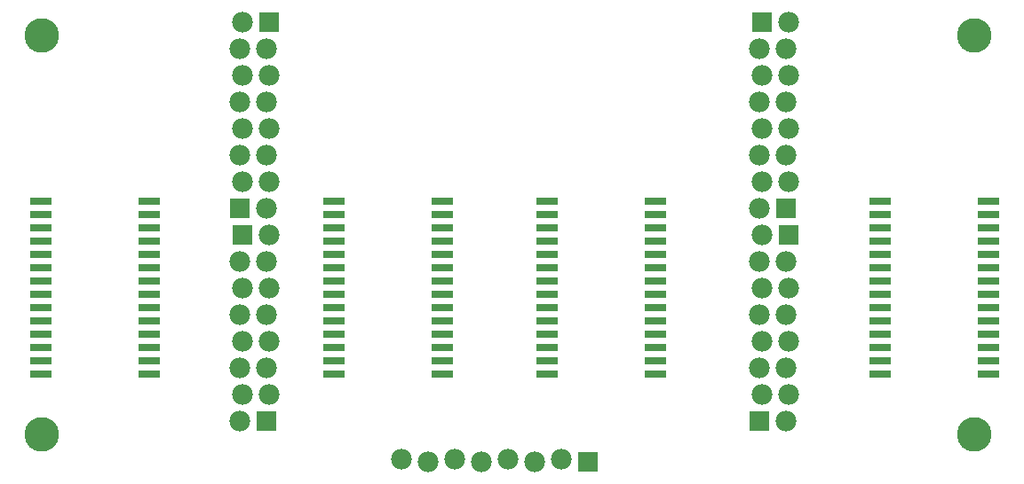
<source format=gts>
G75*
G70*
%OFA0B0*%
%FSLAX24Y24*%
%IPPOS*%
%LPD*%
%AMOC8*
5,1,8,0,0,1.08239X$1,22.5*
%
%ADD10R,0.0780X0.0780*%
%ADD11C,0.0780*%
%ADD12R,0.0847X0.0276*%
%ADD13C,0.1300*%
D10*
X010420Y002600D03*
X022470Y001050D03*
X028920Y002600D03*
X030020Y009600D03*
X029920Y010600D03*
X029020Y017600D03*
X010520Y017600D03*
X009420Y010600D03*
X009520Y009600D03*
D11*
X010520Y009600D03*
X010420Y008600D03*
X009420Y008600D03*
X009520Y007600D03*
X010520Y007600D03*
X010420Y006600D03*
X009420Y006600D03*
X009520Y005600D03*
X010520Y005600D03*
X010420Y004600D03*
X009420Y004600D03*
X009520Y003600D03*
X010520Y003600D03*
X009420Y002600D03*
X015470Y001150D03*
X016470Y001050D03*
X017470Y001150D03*
X018470Y001050D03*
X019470Y001150D03*
X020470Y001050D03*
X021470Y001150D03*
X029020Y003600D03*
X030020Y003600D03*
X029920Y002600D03*
X029920Y004600D03*
X028920Y004600D03*
X029020Y005600D03*
X030020Y005600D03*
X029920Y006600D03*
X028920Y006600D03*
X029020Y007600D03*
X030020Y007600D03*
X029920Y008600D03*
X028920Y008600D03*
X029020Y009600D03*
X028920Y010600D03*
X029020Y011600D03*
X030020Y011600D03*
X029920Y012600D03*
X028920Y012600D03*
X029020Y013600D03*
X030020Y013600D03*
X029920Y014600D03*
X028920Y014600D03*
X029020Y015600D03*
X030020Y015600D03*
X029920Y016600D03*
X028920Y016600D03*
X030020Y017600D03*
X010520Y015600D03*
X009520Y015600D03*
X009420Y014600D03*
X010420Y014600D03*
X010520Y013600D03*
X009520Y013600D03*
X009420Y012600D03*
X010420Y012600D03*
X010520Y011600D03*
X009520Y011600D03*
X010420Y010600D03*
X010420Y016600D03*
X009420Y016600D03*
X009520Y017600D03*
D12*
X012932Y010850D03*
X012932Y010350D03*
X012932Y009850D03*
X012932Y009350D03*
X012932Y008850D03*
X012932Y008350D03*
X012932Y007850D03*
X012932Y007350D03*
X012932Y006850D03*
X012932Y006350D03*
X012932Y005850D03*
X012932Y005350D03*
X012932Y004850D03*
X012932Y004350D03*
X017008Y004350D03*
X017008Y004850D03*
X017008Y005350D03*
X017008Y005850D03*
X017008Y006350D03*
X017008Y006850D03*
X017008Y007350D03*
X017008Y007850D03*
X017008Y008350D03*
X017008Y008850D03*
X017008Y009350D03*
X017008Y009850D03*
X017008Y010350D03*
X017008Y010850D03*
X020932Y010850D03*
X020932Y010350D03*
X020932Y009850D03*
X020932Y009350D03*
X020932Y008850D03*
X020932Y008350D03*
X020932Y007850D03*
X020932Y007350D03*
X020932Y006850D03*
X020932Y006350D03*
X020932Y005850D03*
X020932Y005350D03*
X020932Y004850D03*
X020932Y004350D03*
X025008Y004350D03*
X025008Y004850D03*
X025008Y005350D03*
X025008Y005850D03*
X025008Y006350D03*
X025008Y006850D03*
X025008Y007350D03*
X025008Y007850D03*
X025008Y008350D03*
X025008Y008850D03*
X025008Y009350D03*
X025008Y009850D03*
X025008Y010350D03*
X025008Y010850D03*
X033432Y010850D03*
X033432Y010350D03*
X033432Y009850D03*
X033432Y009350D03*
X033432Y008850D03*
X033432Y008350D03*
X033432Y007850D03*
X033432Y007350D03*
X033432Y006850D03*
X033432Y006350D03*
X033432Y005850D03*
X033432Y005350D03*
X033432Y004850D03*
X033432Y004350D03*
X037508Y004350D03*
X037508Y004850D03*
X037508Y005350D03*
X037508Y005850D03*
X037508Y006350D03*
X037508Y006850D03*
X037508Y007350D03*
X037508Y007850D03*
X037508Y008350D03*
X037508Y008850D03*
X037508Y009350D03*
X037508Y009850D03*
X037508Y010350D03*
X037508Y010850D03*
X006008Y010850D03*
X006008Y010350D03*
X006008Y009850D03*
X006008Y009350D03*
X006008Y008850D03*
X006008Y008350D03*
X006008Y007850D03*
X006008Y007350D03*
X006008Y006850D03*
X006008Y006350D03*
X006008Y005850D03*
X006008Y005350D03*
X006008Y004850D03*
X006008Y004350D03*
X001932Y004350D03*
X001932Y004850D03*
X001932Y005350D03*
X001932Y005850D03*
X001932Y006350D03*
X001932Y006850D03*
X001932Y007350D03*
X001932Y007850D03*
X001932Y008350D03*
X001932Y008850D03*
X001932Y009350D03*
X001932Y009850D03*
X001932Y010350D03*
X001932Y010850D03*
D13*
X001970Y002100D03*
X001970Y017100D03*
X036970Y017100D03*
X036970Y002100D03*
M02*

</source>
